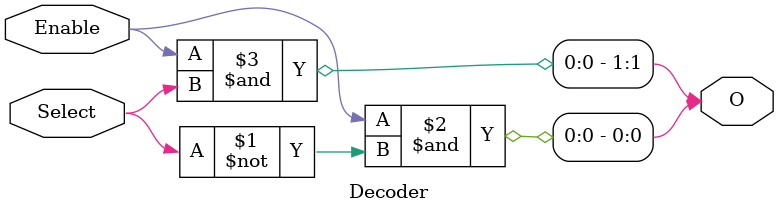
<source format=v>
module Decoder(
    input Select, Enable,
    output [1:0] O
);

    assign O[0] = Enable & ~Select;
    assign O[1] = Enable & Select;

endmodule

</source>
